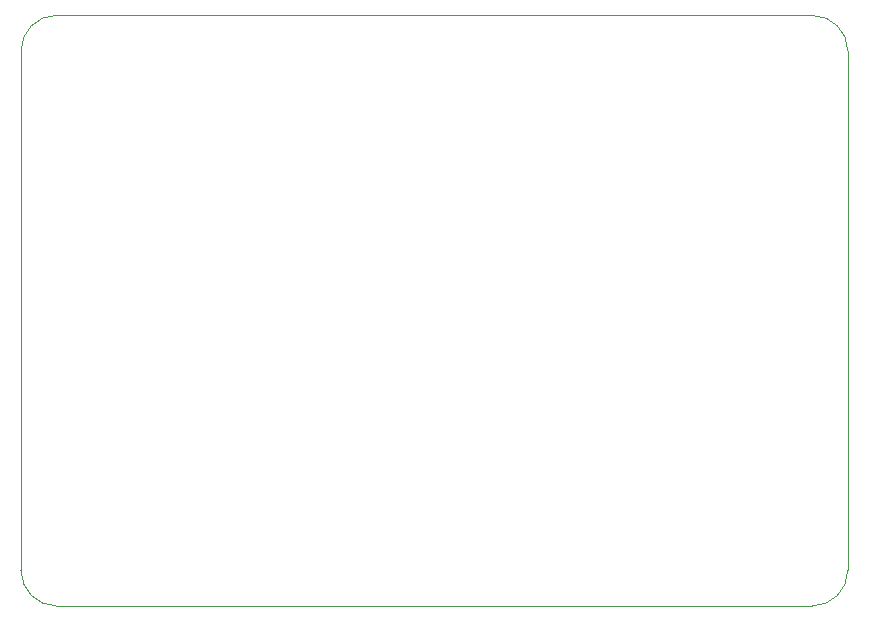
<source format=gbr>
%TF.GenerationSoftware,KiCad,Pcbnew,(5.99.0-8778-g8571687f51)*%
%TF.CreationDate,2021-02-03T12:08:05+08:00*%
%TF.ProjectId,lightboard-zero,6c696768-7462-46f6-9172-642d7a65726f,rev?*%
%TF.SameCoordinates,Original*%
%TF.FileFunction,Profile,NP*%
%FSLAX46Y46*%
G04 Gerber Fmt 4.6, Leading zero omitted, Abs format (unit mm)*
G04 Created by KiCad (PCBNEW (5.99.0-8778-g8571687f51)) date 2021-02-03 12:08:05*
%MOMM*%
%LPD*%
G01*
G04 APERTURE LIST*
%TA.AperFunction,Profile*%
%ADD10C,0.050000*%
%TD*%
G04 APERTURE END LIST*
D10*
X3000000Y-50000000D02*
G75*
G02*
X0Y-47000000I0J3000000D01*
G01*
X0Y-3000000D02*
G75*
G02*
X3000000Y0I3000000J0D01*
G01*
X67000000Y0D02*
G75*
G02*
X70000000Y-3000000I0J-3000000D01*
G01*
X70000000Y-47000000D02*
G75*
G02*
X67000000Y-50000000I-3000000J0D01*
G01*
X3000000Y0D02*
X67000000Y0D01*
X70000000Y-3000000D02*
X70000000Y-47000000D01*
X67000000Y-50000000D02*
X3000000Y-50000000D01*
X0Y-47000000D02*
X0Y-3000000D01*
M02*

</source>
